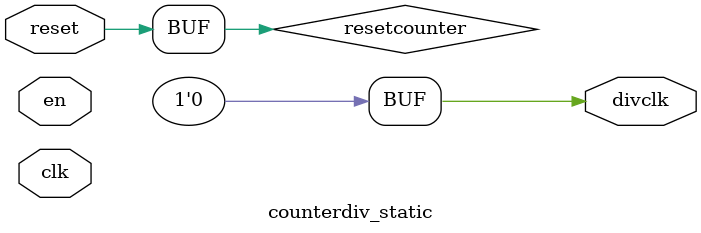
<source format=sv>

module counterdiv_static #(parameter count_max=8) (
    input logic                 clk, reset, en,
    output logic                divclk
);

logic [$clog2(count_max)-1:0]  count, next_count;
logic               resetcounter;

assign resetcounter = reset | divclk;

flopenr #($clog2(count_max)) counter(.clk, .reset(resetcounter), .en, .d(next_count), .q(count));

assign next_count = count + 1;
assign divclk = (count == (count_max));

endmodule
</source>
